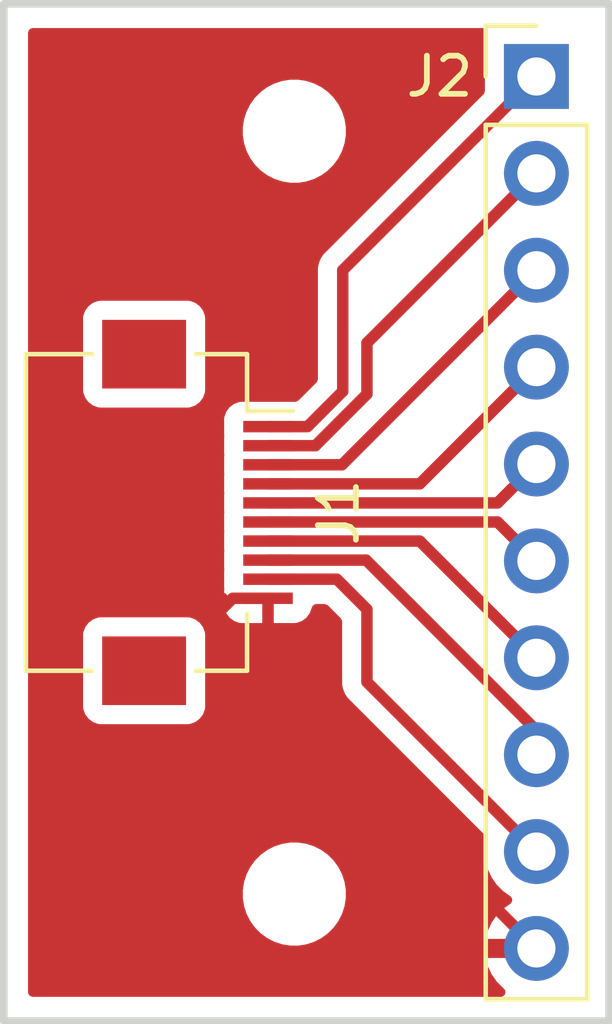
<source format=kicad_pcb>
(kicad_pcb (version 20240108) (generator "pcbnew") (generator_version "8.0")
  (layers (0 "F.Cu" signal) (31 "B.Cu" signal) (34 "B.Paste" user) (35 "F.Paste" user) (36 "B.SilkS" user "B.Silkscreen") (37 "F.SilkS" user "F.Silkscreen") (38 "B.Mask" user) (39 "F.Mask" user) (44 "Edge.Cuts" user))
  (net 0 "")
  (net 1 "Net-(J1-Pin_8)")
  (net 2 "Net-(J1-Pin_6)")
  (net 3 "Net-(J1-Pin_4)")
  (net 4 "Net-(J1-Pin_2)")
  (net 5 "Net-(J1-Pin_9)")
  (net 6 "Net-(J1-Pin_5)")
  (net 7 "Net-(J1-Pin_7)")
  (net 8 "Net-(J1-Pin_10)")
  (net 9 "Net-(J1-Pin_1)")
  (net 10 "Net-(J1-Pin_3)")
  (footprint "MountingHole:MountingHole_2.2mm_M2_DIN965" (layer "F.Cu") (at 124.46 97)
    (property "Reference" "REF-mh" (hide yes))
    (property "Value" "MountingHole_2.2mm_M2_DIN965" (hide yes))
    (pad "" np_thru_hole circle (at 0 0) (size 2.2 2.2) (drill 2.2) (layers "F&B.Cu" "*.Mask"))
  )
  (footprint "Connector_FFC-FPC:Hirose_FH12-10S-0.5SH_1x10-1MP_P0.50mm_Horizontal" (layer "F.Cu") (at 121.92 86.995 -90)
    (property "Reference" "J1" (at 0 -3.7 90) (layer "F.SilkS"))
    (property "Value" "FPC")
    (fp_line (start -4.15 4.5) (end 4.15 4.5) (stroke (width 0.12)) (layer "F.SilkS"))
    (fp_line (start 4.15 4.5) (end 4.15 2.76) (stroke (width 0.12)) (layer "F.SilkS"))
    (fp_line (start -4.15 2.76) (end -4.15 4.5) (stroke (width 0.12)) (layer "F.SilkS"))
    (fp_line (start -4.15 -1.3) (end -4.15 0.04) (stroke (width 0.12)) (layer "F.SilkS"))
    (fp_line (start -2.66 -1.3) (end -4.15 -1.3) (stroke (width 0.12)) (layer "F.SilkS"))
    (fp_line (start -2.66 -1.3) (end -2.66 -2.5) (stroke (width 0.12)) (layer "F.SilkS"))
    (fp_line (start 2.66 -1.3) (end 4.15 -1.3) (stroke (width 0.12)) (layer "F.SilkS"))
    (fp_line (start 4.15 -1.3) (end 4.15 0.04) (stroke (width 0.12)) (layer "F.SilkS"))
    (pad "1" smd rect (at -2.25 -1.85 270) (size 0.3 1.3) (layers "F.Cu" "F.Paste" "F.Mask") (net 9 "Net-(J1-Pin_1)"))
    (pad "2" smd rect (at -1.75 -1.85 270) (size 0.3 1.3) (layers "F.Cu" "F.Paste" "F.Mask") (net 4 "Net-(J1-Pin_2)"))
    (pad "3" smd rect (at -1.25 -1.85 270) (size 0.3 1.3) (layers "F.Cu" "F.Paste" "F.Mask") (net 10 "Net-(J1-Pin_3)"))
    (pad "4" smd rect (at -0.75 -1.85 270) (size 0.3 1.3) (layers "F.Cu" "F.Paste" "F.Mask") (net 3 "Net-(J1-Pin_4)"))
    (pad "5" smd rect (at -0.25 -1.85 270) (size 0.3 1.3) (layers "F.Cu" "F.Paste" "F.Mask") (net 6 "Net-(J1-Pin_5)"))
    (pad "6" smd rect (at 0.25 -1.85 270) (size 0.3 1.3) (layers "F.Cu" "F.Paste" "F.Mask") (net 2 "Net-(J1-Pin_6)"))
    (pad "7" smd rect (at 0.75 -1.85 270) (size 0.3 1.3) (layers "F.Cu" "F.Paste" "F.Mask") (net 7 "Net-(J1-Pin_7)"))
    (pad "8" smd rect (at 1.25 -1.85 270) (size 0.3 1.3) (layers "F.Cu" "F.Paste" "F.Mask") (net 1 "Net-(J1-Pin_8)"))
    (pad "9" smd rect (at 1.75 -1.85 270) (size 0.3 1.3) (layers "F.Cu" "F.Paste" "F.Mask") (net 5 "Net-(J1-Pin_9)"))
    (pad "10" smd rect (at 2.25 -1.85 270) (size 0.3 1.3) (layers "F.Cu" "F.Paste" "F.Mask") (net 8 "Net-(J1-Pin_10)"))
    (pad "MP" smd rect (at -4.15 1.4 270) (size 1.8 2.2) (layers "F.Cu" "F.Paste" "F.Mask"))
    (pad "MP" smd rect (at 4.15 1.4 270) (size 1.8 2.2) (layers "F.Cu" "F.Paste" "F.Mask"))
  )
  (footprint "Connector_PinHeader_2.54mm:PinHeader_1x10_P2.54mm_Vertical" (layer "F.Cu") (at 130.81 75.565)
    (property "Reference" "J2" (at -2.54 0 0) (layer "F.SilkS"))
    (property "Value" "HEAD")
    (fp_line (start -1.33 -1.33) (end 0 -1.33) (stroke (width 0.12)) (layer "F.SilkS"))
    (fp_line (start -1.33 0) (end -1.33 -1.33) (stroke (width 0.12)) (layer "F.SilkS"))
    (fp_line (start -1.33 1.27) (end -1.33 24.19) (stroke (width 0.12)) (layer "F.SilkS"))
    (fp_line (start -1.33 1.27) (end 1.33 1.27) (stroke (width 0.12)) (layer "F.SilkS"))
    (fp_line (start -1.33 24.19) (end 1.33 24.19) (stroke (width 0.12)) (layer "F.SilkS"))
    (fp_line (start 1.33 1.27) (end 1.33 24.19) (stroke (width 0.12)) (layer "F.SilkS"))
    (pad "1" thru_hole rect (at 0 0) (size 1.7 1.7) (drill 1) (layers "*.Cu" "*.Mask") (net 9 "Net-(J1-Pin_1)"))
    (pad "2" thru_hole oval (at 0 2.54) (size 1.7 1.7) (drill 1) (layers "*.Cu" "*.Mask") (net 4 "Net-(J1-Pin_2)"))
    (pad "3" thru_hole oval (at 0 5.08) (size 1.7 1.7) (drill 1) (layers "*.Cu" "*.Mask") (net 10 "Net-(J1-Pin_3)"))
    (pad "4" thru_hole oval (at 0 7.62) (size 1.7 1.7) (drill 1) (layers "*.Cu" "*.Mask") (net 3 "Net-(J1-Pin_4)"))
    (pad "5" thru_hole oval (at 0 10.16) (size 1.7 1.7) (drill 1) (layers "*.Cu" "*.Mask") (net 6 "Net-(J1-Pin_5)"))
    (pad "6" thru_hole oval (at 0 12.7) (size 1.7 1.7) (drill 1) (layers "*.Cu" "*.Mask") (net 2 "Net-(J1-Pin_6)"))
    (pad "7" thru_hole oval (at 0 15.24) (size 1.7 1.7) (drill 1) (layers "*.Cu" "*.Mask") (net 7 "Net-(J1-Pin_7)"))
    (pad "8" thru_hole oval (at 0 17.78) (size 1.7 1.7) (drill 1) (layers "*.Cu" "*.Mask") (net 1 "Net-(J1-Pin_8)"))
    (pad "9" thru_hole oval (at 0 20.32) (size 1.7 1.7) (drill 1) (layers "*.Cu" "*.Mask") (net 5 "Net-(J1-Pin_9)"))
    (pad "10" thru_hole oval (at 0 22.86) (size 1.7 1.7) (drill 1) (layers "*.Cu" "*.Mask") (net 8 "Net-(J1-Pin_10)"))
  )
  (footprint "MountingHole:MountingHole_2.2mm_M2_DIN965" (layer "F.Cu") (at 124.46 77)
    (property "Reference" "REF-mh" (hide yes))
    (property "Value" "MountingHole_2.2mm_M2_DIN965" (hide yes))
    (pad "" np_thru_hole circle (at 0 0) (size 2.2 2.2) (drill 2.2) (layers "*.Cu" "*.Mask"))
  )
  (gr_line (start 116.84 73.66) (end 132.715 73.66) (stroke (width 0.2)) (layer "Edge.Cuts"))
  (gr_line (start 132.715 100.33) (end 116.84 100.33) (stroke (width 0.2)) (layer "Edge.Cuts"))
  (gr_line (start 132.715 73.66) (end 132.715 100.33) (stroke (width 0.2)) (layer "Edge.Cuts"))
  (gr_line (start 116.84 100.33) (end 116.84 73.66) (stroke (width 0.2)) (layer "Edge.Cuts"))
  (segment (start 130.81 92.71) (end 130.81 93.345) (width 0.3) (layer "F.Cu") (net 1))
  (segment (start 123.77 88.245) (end 126.345 88.245) (width 0.3) (layer "F.Cu") (net 1))
  (segment (start 126.345 88.245) (end 130.81 92.71) (width 0.3) (layer "F.Cu") (net 1))
  (segment (start 130.175 93.345) (end 130.81 93.345) (width 0.2) (layer "F.Cu") (net 1))
  (segment (start 129.79 87.245) (end 130.81 88.265) (width 0.3) (layer "F.Cu") (net 2))
  (segment (start 123.77 87.245) (end 129.79 87.245) (width 0.3) (layer "F.Cu") (net 2))
  (segment (start 130.175 83.185) (end 130.81 83.185) (width 0.2) (layer "F.Cu") (net 3))
  (segment (start 123.77 86.245) (end 127.75 86.245) (width 0.3) (layer "F.Cu") (net 3))
  (segment (start 127.75 86.245) (end 130.81 83.185) (width 0.3) (layer "F.Cu") (net 3))
  (segment (start 125.012107 85.245) (end 126.365 83.892106) (width 0.3) (layer "F.Cu") (net 4))
  (segment (start 126.365 82.55) (end 130.81 78.105) (width 0.3) (layer "F.Cu") (net 4))
  (segment (start 130.81 78.74) (end 130.81 78.105) (width 0.2) (layer "F.Cu") (net 4))
  (segment (start 123.77 85.245) (end 125.012107 85.245) (width 0.3) (layer "F.Cu") (net 4))
  (segment (start 126.365 83.892106) (end 126.365 82.55) (width 0.3) (layer "F.Cu") (net 4))
  (segment (start 123.77 88.745) (end 125.575 88.745) (width 0.3) (layer "F.Cu") (net 5))
  (segment (start 126.365 91.44) (end 130.81 95.885) (width 0.3) (layer "F.Cu") (net 5))
  (segment (start 130.81 95.25) (end 130.81 95.885) (width 0.2) (layer "F.Cu") (net 5))
  (segment (start 125.575 88.745) (end 126.365 89.535) (width 0.3) (layer "F.Cu") (net 5))
  (segment (start 126.365 89.535) (end 126.365 91.44) (width 0.3) (layer "F.Cu") (net 5))
  (segment (start 129.79 86.745) (end 130.81 85.725) (width 0.3) (layer "F.Cu") (net 6))
  (segment (start 123.77 86.745) (end 129.79 86.745) (width 0.3) (layer "F.Cu") (net 6))
  (segment (start 123.77 87.745) (end 127.75 87.745) (width 0.3) (layer "F.Cu") (net 7))
  (segment (start 127.75 87.745) (end 130.81 90.805) (width 0.3) (layer "F.Cu") (net 7))
  (segment (start 123.825 91.44) (end 130.81 98.425) (width 0.3) (layer "F.Cu") (net 8))
  (segment (start 123.77 90.115) (end 123.825 90.17) (width 0.3) (layer "F.Cu") (net 8))
  (segment (start 123.825 90.17) (end 123.825 91.44) (width 0.3) (layer "F.Cu") (net 8))
  (segment (start 123.77 89.245) (end 122.845 89.245) (width 0.3) (layer "F.Cu") (net 8))
  (segment (start 130.81 98.32) (end 130.81 98.425) (width 0.2) (layer "F.Cu") (net 8))
  (segment (start 122.845 89.245) (end 122.555 89.535) (width 0.3) (layer "F.Cu") (net 8))
  (segment (start 123.77 89.245) (end 123.77 90.115) (width 0.3) (layer "F.Cu") (net 8))
  (segment (start 125.73 80.645) (end 130.81 75.565) (width 0.3) (layer "F.Cu") (net 9))
  (segment (start 124.805 84.745) (end 125.73 83.82) (width 0.3) (layer "F.Cu") (net 9))
  (segment (start 125.73 83.82) (end 125.73 80.645) (width 0.3) (layer "F.Cu") (net 9))
  (segment (start 123.77 84.745) (end 124.805 84.745) (width 0.3) (layer "F.Cu") (net 9))
  (segment (start 123.77 85.745) (end 125.71 85.745) (width 0.3) (layer "F.Cu") (net 10))
  (segment (start 130.81 81.28) (end 130.81 80.645) (width 0.2) (layer "F.Cu") (net 10))
  (segment (start 125.71 85.745) (end 130.81 80.645) (width 0.3) (layer "F.Cu") (net 10))
  (zone (net 8) (net_name "Net-(J1-Pin_10)") (layer "F.Cu") (connect_pads (clearance 0.5)) (min_thickness 0.25) (fill yes (thermal_gap 0.5) (thermal_bridge_width 0.5))
    (polygon (pts (xy 117.475 74.295) (xy 132.08 74.295) (xy 132.08 99.695) (xy 117.475 99.695)))
  )
)
</source>
